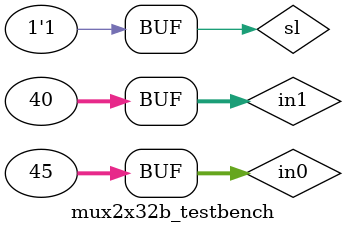
<source format=v>
`define DELAY 20
module mux2x32b_testbench();
reg [31:0] in1, in0;
reg sl;
wire [31:0] out;

mux2x32b mux(out, in1, in0, sl);

initial begin
in1 = 32'd23; in0 = 32'd20; sl = 1'b0;
#`DELAY;
in1 = 32'd40; in0 = 32'd45; sl = 1'b1;
end
 
 
initial
begin
$monitor("time = %2d, in1=%d, in0=%d, out=%d, sl=%1b", $time, in1, in0, out, sl);
end
 
endmodule
</source>
